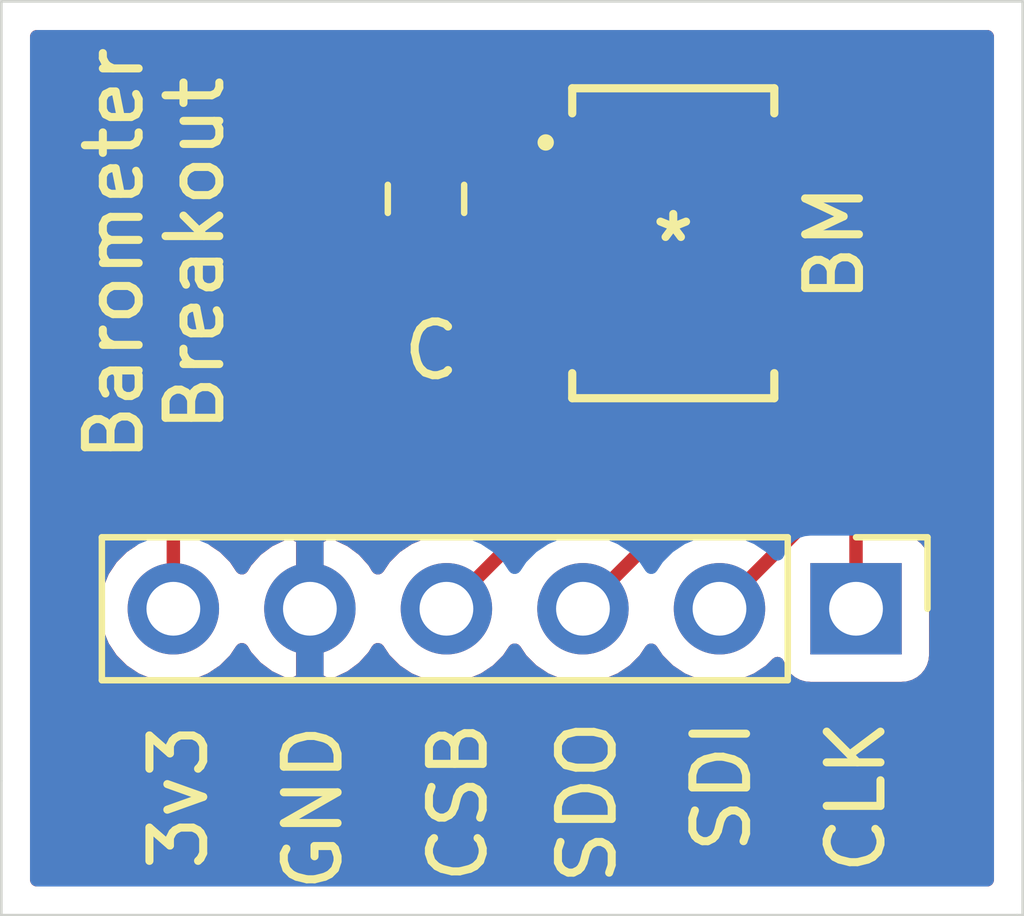
<source format=kicad_pcb>
(kicad_pcb (version 20171130) (host pcbnew "(5.1.6)-1")

  (general
    (thickness 1.6)
    (drawings 15)
    (tracks 20)
    (zones 0)
    (modules 3)
    (nets 8)
  )

  (page A4)
  (layers
    (0 F.Cu signal hide)
    (31 B.Cu signal hide)
    (32 B.Adhes user)
    (33 F.Adhes user)
    (34 B.Paste user)
    (35 F.Paste user)
    (36 B.SilkS user)
    (37 F.SilkS user)
    (38 B.Mask user)
    (39 F.Mask user)
    (40 Dwgs.User user)
    (41 Cmts.User user)
    (42 Eco1.User user)
    (43 Eco2.User user)
    (44 Edge.Cuts user)
    (45 Margin user)
    (46 B.CrtYd user)
    (47 F.CrtYd user)
    (48 B.Fab user)
    (49 F.Fab user hide)
  )

  (setup
    (last_trace_width 0.25)
    (trace_clearance 0.2)
    (zone_clearance 0.508)
    (zone_45_only no)
    (trace_min 0.2)
    (via_size 0.8)
    (via_drill 0.4)
    (via_min_size 0.4)
    (via_min_drill 0.3)
    (uvia_size 0.3)
    (uvia_drill 0.1)
    (uvias_allowed no)
    (uvia_min_size 0.2)
    (uvia_min_drill 0.1)
    (edge_width 0.05)
    (segment_width 0.2)
    (pcb_text_width 0.3)
    (pcb_text_size 1.5 1.5)
    (mod_edge_width 0.12)
    (mod_text_size 1 1)
    (mod_text_width 0.15)
    (pad_size 1.524 1.524)
    (pad_drill 0.762)
    (pad_to_mask_clearance 0.05)
    (aux_axis_origin 0 0)
    (visible_elements 7FFFFFFF)
    (pcbplotparams
      (layerselection 0x010fc_ffffffff)
      (usegerberextensions false)
      (usegerberattributes true)
      (usegerberadvancedattributes true)
      (creategerberjobfile true)
      (excludeedgelayer true)
      (linewidth 0.100000)
      (plotframeref false)
      (viasonmask false)
      (mode 1)
      (useauxorigin false)
      (hpglpennumber 1)
      (hpglpenspeed 20)
      (hpglpendiameter 15.000000)
      (psnegative false)
      (psa4output false)
      (plotreference true)
      (plotvalue true)
      (plotinvisibletext false)
      (padsonsilk false)
      (subtractmaskfromsilk false)
      (outputformat 1)
      (mirror false)
      (drillshape 1)
      (scaleselection 1)
      (outputdirectory ""))
  )

  (net 0 "")
  (net 1 +3V3)
  (net 2 GND)
  (net 3 "Net-(Barometer201-Pad4)")
  (net 4 /Barometer/CSB)
  (net 5 /Barometer/SDO)
  (net 6 /Barometer/SDI)
  (net 7 /Barometer/CLK)

  (net_class Default "This is the default net class."
    (clearance 0.2)
    (trace_width 0.25)
    (via_dia 0.8)
    (via_drill 0.4)
    (uvia_dia 0.3)
    (uvia_drill 0.1)
    (add_net +3V3)
    (add_net /Barometer/CLK)
    (add_net /Barometer/CSB)
    (add_net /Barometer/SDI)
    (add_net /Barometer/SDO)
    (add_net GND)
    (add_net "Net-(Barometer201-Pad4)")
  )

  (module "Footprint Libraries:MS560702BA03-50" (layer F.Cu) (tedit 0) (tstamp 5F01D2A1)
    (at 131 94)
    (path /5F013144/5F01D3E2)
    (fp_text reference BM (at 3 0 90) (layer F.SilkS)
      (effects (font (size 1 1) (thickness 0.15)))
    )
    (fp_text value MS560702BA03-50 (at 0 0) (layer F.Fab)
      (effects (font (size 1 1) (thickness 0.15)))
    )
    (fp_line (start -1.8796 2.8829) (end 1.8796 2.8829) (layer F.SilkS) (width 0.1524))
    (fp_line (start 1.8796 2.8829) (end 1.8796 2.416852) (layer F.SilkS) (width 0.1524))
    (fp_line (start 1.8796 -2.8829) (end -1.8796 -2.8829) (layer F.SilkS) (width 0.1524))
    (fp_line (start -1.8796 -2.8829) (end -1.8796 -2.416852) (layer F.SilkS) (width 0.1524))
    (fp_line (start -1.4986 2.5019) (end 1.4986 2.5019) (layer F.Fab) (width 0.1524))
    (fp_line (start 1.4986 2.5019) (end 1.4986 -2.5019) (layer F.Fab) (width 0.1524))
    (fp_line (start 1.4986 -2.5019) (end -1.4986 -2.5019) (layer F.Fab) (width 0.1524))
    (fp_line (start -1.4986 -2.5019) (end -1.4986 2.5019) (layer F.Fab) (width 0.1524))
    (fp_line (start -1.8796 2.416852) (end -1.8796 2.8829) (layer F.SilkS) (width 0.1524))
    (fp_line (start 1.8796 -2.416852) (end 1.8796 -2.8829) (layer F.SilkS) (width 0.1524))
    (fp_line (start -1.6461 -2.1798) (end -1.6461 -1.5702) (layer F.Paste) (width 0.1524))
    (fp_line (start -1.6461 -1.5702) (end -0.5539 -1.5702) (layer F.Paste) (width 0.1524))
    (fp_line (start -0.5539 -1.5702) (end -0.5539 -2.1798) (layer F.Paste) (width 0.1524))
    (fp_line (start -0.5539 -2.1798) (end -1.6461 -2.1798) (layer F.Paste) (width 0.1524))
    (fp_line (start -1.6461 -0.9298) (end -1.6461 -0.3202) (layer F.Paste) (width 0.1524))
    (fp_line (start -1.6461 -0.3202) (end -0.5539 -0.3202) (layer F.Paste) (width 0.1524))
    (fp_line (start -0.5539 -0.3202) (end -0.5539 -0.9298) (layer F.Paste) (width 0.1524))
    (fp_line (start -0.5539 -0.9298) (end -1.6461 -0.9298) (layer F.Paste) (width 0.1524))
    (fp_line (start -1.6461 0.3202) (end -1.6461 0.9298) (layer F.Paste) (width 0.1524))
    (fp_line (start -1.6461 0.9298) (end -0.5539 0.9298) (layer F.Paste) (width 0.1524))
    (fp_line (start -0.5539 0.9298) (end -0.5539 0.3202) (layer F.Paste) (width 0.1524))
    (fp_line (start -0.5539 0.3202) (end -1.6461 0.3202) (layer F.Paste) (width 0.1524))
    (fp_line (start -1.6461 1.5702) (end -1.6461 2.1798) (layer F.Paste) (width 0.1524))
    (fp_line (start -1.6461 2.1798) (end -0.5539 2.1798) (layer F.Paste) (width 0.1524))
    (fp_line (start -0.5539 2.1798) (end -0.5539 1.5702) (layer F.Paste) (width 0.1524))
    (fp_line (start -0.5539 1.5702) (end -1.6461 1.5702) (layer F.Paste) (width 0.1524))
    (fp_line (start 0.5539 1.5702) (end 0.5539 2.1798) (layer F.Paste) (width 0.1524))
    (fp_line (start 0.5539 2.1798) (end 1.6461 2.1798) (layer F.Paste) (width 0.1524))
    (fp_line (start 1.6461 2.1798) (end 1.6461 1.5702) (layer F.Paste) (width 0.1524))
    (fp_line (start 1.6461 1.5702) (end 0.5539 1.5702) (layer F.Paste) (width 0.1524))
    (fp_line (start 0.5539 0.3202) (end 0.5539 0.9298) (layer F.Paste) (width 0.1524))
    (fp_line (start 0.5539 0.9298) (end 1.6461 0.9298) (layer F.Paste) (width 0.1524))
    (fp_line (start 1.6461 0.9298) (end 1.6461 0.3202) (layer F.Paste) (width 0.1524))
    (fp_line (start 1.6461 0.3202) (end 0.5539 0.3202) (layer F.Paste) (width 0.1524))
    (fp_line (start 0.5539 -0.9298) (end 0.5539 -0.3202) (layer F.Paste) (width 0.1524))
    (fp_line (start 0.5539 -0.3202) (end 1.6461 -0.3202) (layer F.Paste) (width 0.1524))
    (fp_line (start 1.6461 -0.3202) (end 1.6461 -0.9298) (layer F.Paste) (width 0.1524))
    (fp_line (start 1.6461 -0.9298) (end 0.5539 -0.9298) (layer F.Paste) (width 0.1524))
    (fp_line (start 0.5539 -2.1798) (end 0.5539 -1.5702) (layer F.Paste) (width 0.1524))
    (fp_line (start 0.5539 -1.5702) (end 1.6461 -1.5702) (layer F.Paste) (width 0.1524))
    (fp_line (start 1.6461 -1.5702) (end 1.6461 -2.1798) (layer F.Paste) (width 0.1524))
    (fp_line (start 1.6461 -2.1798) (end 0.5539 -2.1798) (layer F.Paste) (width 0.1524))
    (fp_line (start -1.6461 -2.1798) (end -1.6461 -1.5702) (layer F.Mask) (width 0.1524))
    (fp_line (start -1.6461 -1.5702) (end -0.5539 -1.5702) (layer F.Mask) (width 0.1524))
    (fp_line (start -0.5539 -1.5702) (end -0.5539 -2.1798) (layer F.Mask) (width 0.1524))
    (fp_line (start -0.5539 -2.1798) (end -1.6461 -2.1798) (layer F.Mask) (width 0.1524))
    (fp_line (start -1.6461 -0.9298) (end -1.6461 -0.3202) (layer F.Mask) (width 0.1524))
    (fp_line (start -1.6461 -0.3202) (end -0.5539 -0.3202) (layer F.Mask) (width 0.1524))
    (fp_line (start -0.5539 -0.3202) (end -0.5539 -0.9298) (layer F.Mask) (width 0.1524))
    (fp_line (start -0.5539 -0.9298) (end -1.6461 -0.9298) (layer F.Mask) (width 0.1524))
    (fp_line (start -1.6461 0.3202) (end -1.6461 0.9298) (layer F.Mask) (width 0.1524))
    (fp_line (start -1.6461 0.9298) (end -0.5539 0.9298) (layer F.Mask) (width 0.1524))
    (fp_line (start -0.5539 0.9298) (end -0.5539 0.3202) (layer F.Mask) (width 0.1524))
    (fp_line (start -0.5539 0.3202) (end -1.6461 0.3202) (layer F.Mask) (width 0.1524))
    (fp_line (start -1.6461 1.5702) (end -1.6461 2.1798) (layer F.Mask) (width 0.1524))
    (fp_line (start -1.6461 2.1798) (end -0.5539 2.1798) (layer F.Mask) (width 0.1524))
    (fp_line (start -0.5539 2.1798) (end -0.5539 1.5702) (layer F.Mask) (width 0.1524))
    (fp_line (start -0.5539 1.5702) (end -1.6461 1.5702) (layer F.Mask) (width 0.1524))
    (fp_line (start 0.5539 1.5702) (end 0.5539 2.1798) (layer F.Mask) (width 0.1524))
    (fp_line (start 0.5539 2.1798) (end 1.6461 2.1798) (layer F.Mask) (width 0.1524))
    (fp_line (start 1.6461 2.1798) (end 1.6461 1.5702) (layer F.Mask) (width 0.1524))
    (fp_line (start 1.6461 1.5702) (end 0.5539 1.5702) (layer F.Mask) (width 0.1524))
    (fp_line (start 0.5539 0.3202) (end 0.5539 0.9298) (layer F.Mask) (width 0.1524))
    (fp_line (start 0.5539 0.9298) (end 1.6461 0.9298) (layer F.Mask) (width 0.1524))
    (fp_line (start 1.6461 0.9298) (end 1.6461 0.3202) (layer F.Mask) (width 0.1524))
    (fp_line (start 1.6461 0.3202) (end 0.5539 0.3202) (layer F.Mask) (width 0.1524))
    (fp_line (start 0.5539 -0.9298) (end 0.5539 -0.3202) (layer F.Mask) (width 0.1524))
    (fp_line (start 0.5539 -0.3202) (end 1.6461 -0.3202) (layer F.Mask) (width 0.1524))
    (fp_line (start 1.6461 -0.3202) (end 1.6461 -0.9298) (layer F.Mask) (width 0.1524))
    (fp_line (start 1.6461 -0.9298) (end 0.5539 -0.9298) (layer F.Mask) (width 0.1524))
    (fp_line (start 0.5539 -2.1798) (end 0.5539 -1.5702) (layer F.Mask) (width 0.1524))
    (fp_line (start 0.5539 -1.5702) (end 1.6461 -1.5702) (layer F.Mask) (width 0.1524))
    (fp_line (start 1.6461 -1.5702) (end 1.6461 -2.1798) (layer F.Mask) (width 0.1524))
    (fp_line (start 1.6461 -2.1798) (end 0.5539 -2.1798) (layer F.Mask) (width 0.1524))
    (fp_line (start -1.9001 2.5508) (end -1.9001 -2.5508) (layer F.CrtYd) (width 0.1524))
    (fp_line (start -1.9001 -2.5508) (end -1.7526 -2.5508) (layer F.CrtYd) (width 0.1524))
    (fp_line (start -1.7526 -2.5508) (end -1.7526 -2.7559) (layer F.CrtYd) (width 0.1524))
    (fp_line (start -1.7526 -2.7559) (end 1.7526 -2.7559) (layer F.CrtYd) (width 0.1524))
    (fp_line (start 1.7526 -2.7559) (end 1.7526 -2.5508) (layer F.CrtYd) (width 0.1524))
    (fp_line (start 1.7526 -2.5508) (end 1.9001 -2.5508) (layer F.CrtYd) (width 0.1524))
    (fp_line (start 1.9001 -2.5508) (end 1.9001 2.5508) (layer F.CrtYd) (width 0.1524))
    (fp_line (start 1.9001 2.5508) (end 1.7526 2.5508) (layer F.CrtYd) (width 0.1524))
    (fp_line (start 1.7526 2.5508) (end 1.7526 2.7559) (layer F.CrtYd) (width 0.1524))
    (fp_line (start 1.7526 2.7559) (end -1.7526 2.7559) (layer F.CrtYd) (width 0.1524))
    (fp_line (start -1.7526 2.7559) (end -1.7526 2.5508) (layer F.CrtYd) (width 0.1524))
    (fp_line (start -1.7526 2.5508) (end -1.9001 2.5508) (layer F.CrtYd) (width 0.1524))
    (fp_circle (center -2.3727 -1.875) (end -2.2965 -1.875) (layer F.SilkS) (width 0.1524))
    (fp_circle (center -0.254 -1.875) (end -0.1778 -1.875) (layer F.Fab) (width 0.1524))
    (fp_arc (start 0 -2.5019) (end 0.3048 -2.5019) (angle 180) (layer F.Fab) (width 0.1524))
    (fp_text user * (at 0 0) (layer F.Fab)
      (effects (font (size 1 1) (thickness 0.15)))
    )
    (fp_text user * (at 0 0) (layer F.SilkS)
      (effects (font (size 1 1) (thickness 0.15)))
    )
    (fp_text user "Copyright 2016 Accelerated Designs. All rights reserved." (at 0 0) (layer Cmts.User)
      (effects (font (size 0.127 0.127) (thickness 0.002)))
    )
    (pad 8 smd rect (at 1.1 -1.875) (size 1.0922 0.6096) (layers F.Cu F.Paste F.Mask)
      (net 7 /Barometer/CLK))
    (pad 7 smd rect (at 1.1 -0.625) (size 1.0922 0.6096) (layers F.Cu F.Paste F.Mask)
      (net 6 /Barometer/SDI))
    (pad 6 smd rect (at 1.1 0.625) (size 1.0922 0.6096) (layers F.Cu F.Paste F.Mask)
      (net 5 /Barometer/SDO))
    (pad 5 smd rect (at 1.1 1.875) (size 1.0922 0.6096) (layers F.Cu F.Paste F.Mask)
      (net 4 /Barometer/CSB))
    (pad 4 smd rect (at -1.1 1.875) (size 1.0922 0.6096) (layers F.Cu F.Paste F.Mask)
      (net 3 "Net-(Barometer201-Pad4)"))
    (pad 3 smd rect (at -1.1 0.625) (size 1.0922 0.6096) (layers F.Cu F.Paste F.Mask)
      (net 2 GND))
    (pad 2 smd rect (at -1.1 -0.625) (size 1.0922 0.6096) (layers F.Cu F.Paste F.Mask)
      (net 2 GND))
    (pad 1 smd rect (at -1.1 -1.875) (size 1.0922 0.6096) (layers F.Cu F.Paste F.Mask)
      (net 1 +3V3))
  )

  (module Capacitor_SMD:C_0805_2012Metric_Pad1.15x1.40mm_HandSolder (layer F.Cu) (tedit 5B36C52B) (tstamp 5F01D2B2)
    (at 126.4 93.175 270)
    (descr "Capacitor SMD 0805 (2012 Metric), square (rectangular) end terminal, IPC_7351 nominal with elongated pad for handsoldering. (Body size source: https://docs.google.com/spreadsheets/d/1BsfQQcO9C6DZCsRaXUlFlo91Tg2WpOkGARC1WS5S8t0/edit?usp=sharing), generated with kicad-footprint-generator")
    (tags "capacitor handsolder")
    (path /5F013144/5F01D3EE)
    (attr smd)
    (fp_text reference C (at 2.825 -0.1 180) (layer F.SilkS)
      (effects (font (size 1 1) (thickness 0.15)))
    )
    (fp_text value 100nF (at 0 1.65 90) (layer F.Fab)
      (effects (font (size 1 1) (thickness 0.15)))
    )
    (fp_line (start 1.85 0.95) (end -1.85 0.95) (layer F.CrtYd) (width 0.05))
    (fp_line (start 1.85 -0.95) (end 1.85 0.95) (layer F.CrtYd) (width 0.05))
    (fp_line (start -1.85 -0.95) (end 1.85 -0.95) (layer F.CrtYd) (width 0.05))
    (fp_line (start -1.85 0.95) (end -1.85 -0.95) (layer F.CrtYd) (width 0.05))
    (fp_line (start -0.261252 0.71) (end 0.261252 0.71) (layer F.SilkS) (width 0.12))
    (fp_line (start -0.261252 -0.71) (end 0.261252 -0.71) (layer F.SilkS) (width 0.12))
    (fp_line (start 1 0.6) (end -1 0.6) (layer F.Fab) (width 0.1))
    (fp_line (start 1 -0.6) (end 1 0.6) (layer F.Fab) (width 0.1))
    (fp_line (start -1 -0.6) (end 1 -0.6) (layer F.Fab) (width 0.1))
    (fp_line (start -1 0.6) (end -1 -0.6) (layer F.Fab) (width 0.1))
    (fp_text user %R (at 0 0 90) (layer F.Fab)
      (effects (font (size 0.5 0.5) (thickness 0.08)))
    )
    (pad 1 smd roundrect (at -1.025 0 270) (size 1.15 1.4) (layers F.Cu F.Paste F.Mask) (roundrect_rratio 0.217391)
      (net 1 +3V3))
    (pad 2 smd roundrect (at 1.025 0 270) (size 1.15 1.4) (layers F.Cu F.Paste F.Mask) (roundrect_rratio 0.217391)
      (net 2 GND))
    (model ${KISYS3DMOD}/Capacitor_SMD.3dshapes/C_0805_2012Metric.wrl
      (at (xyz 0 0 0))
      (scale (xyz 1 1 1))
      (rotate (xyz 0 0 0))
    )
  )

  (module Connector_PinHeader_2.54mm:PinHeader_1x06_P2.54mm_Vertical (layer F.Cu) (tedit 59FED5CC) (tstamp 5F01D2CC)
    (at 134.4 100.8 270)
    (descr "Through hole straight pin header, 1x06, 2.54mm pitch, single row")
    (tags "Through hole pin header THT 1x06 2.54mm single row")
    (path /5F01E12A/5F01E54D)
    (fp_text reference Header-Pins301 (at 0 -2.33 90) (layer F.Fab)
      (effects (font (size 1 1) (thickness 0.15)))
    )
    (fp_text value Conn_01x06_Male (at 0 15.03 90) (layer F.Fab)
      (effects (font (size 1 1) (thickness 0.15)))
    )
    (fp_line (start 1.8 -1.8) (end -1.8 -1.8) (layer F.CrtYd) (width 0.05))
    (fp_line (start 1.8 14.5) (end 1.8 -1.8) (layer F.CrtYd) (width 0.05))
    (fp_line (start -1.8 14.5) (end 1.8 14.5) (layer F.CrtYd) (width 0.05))
    (fp_line (start -1.8 -1.8) (end -1.8 14.5) (layer F.CrtYd) (width 0.05))
    (fp_line (start -1.33 -1.33) (end 0 -1.33) (layer F.SilkS) (width 0.12))
    (fp_line (start -1.33 0) (end -1.33 -1.33) (layer F.SilkS) (width 0.12))
    (fp_line (start -1.33 1.27) (end 1.33 1.27) (layer F.SilkS) (width 0.12))
    (fp_line (start 1.33 1.27) (end 1.33 14.03) (layer F.SilkS) (width 0.12))
    (fp_line (start -1.33 1.27) (end -1.33 14.03) (layer F.SilkS) (width 0.12))
    (fp_line (start -1.33 14.03) (end 1.33 14.03) (layer F.SilkS) (width 0.12))
    (fp_line (start -1.27 -0.635) (end -0.635 -1.27) (layer F.Fab) (width 0.1))
    (fp_line (start -1.27 13.97) (end -1.27 -0.635) (layer F.Fab) (width 0.1))
    (fp_line (start 1.27 13.97) (end -1.27 13.97) (layer F.Fab) (width 0.1))
    (fp_line (start 1.27 -1.27) (end 1.27 13.97) (layer F.Fab) (width 0.1))
    (fp_line (start -0.635 -1.27) (end 1.27 -1.27) (layer F.Fab) (width 0.1))
    (fp_text user %R (at 0 6.35) (layer F.Fab)
      (effects (font (size 1 1) (thickness 0.15)))
    )
    (pad 1 thru_hole rect (at 0 0 270) (size 1.7 1.7) (drill 1) (layers *.Cu *.Mask)
      (net 7 /Barometer/CLK))
    (pad 2 thru_hole oval (at 0 2.54 270) (size 1.7 1.7) (drill 1) (layers *.Cu *.Mask)
      (net 6 /Barometer/SDI))
    (pad 3 thru_hole oval (at 0 5.08 270) (size 1.7 1.7) (drill 1) (layers *.Cu *.Mask)
      (net 5 /Barometer/SDO))
    (pad 4 thru_hole oval (at 0 7.62 270) (size 1.7 1.7) (drill 1) (layers *.Cu *.Mask)
      (net 4 /Barometer/CSB))
    (pad 5 thru_hole oval (at 0 10.16 270) (size 1.7 1.7) (drill 1) (layers *.Cu *.Mask)
      (net 2 GND))
    (pad 6 thru_hole oval (at 0 12.7 270) (size 1.7 1.7) (drill 1) (layers *.Cu *.Mask)
      (net 1 +3V3))
    (model ${KISYS3DMOD}/Connector_PinHeader_2.54mm.3dshapes/PinHeader_1x06_P2.54mm_Vertical.wrl
      (at (xyz 0 0 0))
      (scale (xyz 1 1 1))
      (rotate (xyz 0 0 0))
    )
  )

  (gr_line (start 137.5 106.5) (end 137.4 106.5) (layer Edge.Cuts) (width 0.05) (tstamp 5F021F8E))
  (gr_line (start 137.5 104) (end 137.5 106.5) (layer Edge.Cuts) (width 0.05))
  (gr_line (start 118.5 106.5) (end 137.4 106.5) (layer Edge.Cuts) (width 0.05))
  (gr_line (start 118.5 104) (end 118.5 106.5) (layer Edge.Cuts) (width 0.05))
  (gr_text 3v3 (at 121.8 104.3 90) (layer F.SilkS)
    (effects (font (size 1 1) (thickness 0.15)))
  )
  (gr_text GND (at 124.3 104.5 90) (layer F.SilkS)
    (effects (font (size 1 1) (thickness 0.15)))
  )
  (gr_text CSB (at 127 104.4 90) (layer F.SilkS)
    (effects (font (size 1 1) (thickness 0.15)))
  )
  (gr_text SDO (at 129.4 104.4 90) (layer F.SilkS)
    (effects (font (size 1 1) (thickness 0.15)))
  )
  (gr_text CLK (at 134.4 104.3 90) (layer F.SilkS)
    (effects (font (size 1 1) (thickness 0.15)))
  )
  (gr_text SDI (at 131.9 104.1 90) (layer F.SilkS)
    (effects (font (size 1 1) (thickness 0.15)))
  )
  (gr_text Breakout (at 122.1 94.2 90) (layer F.SilkS)
    (effects (font (size 1 1) (thickness 0.15)))
  )
  (gr_text Barometer (at 120.6 94.2 90) (layer F.SilkS)
    (effects (font (size 1 1) (thickness 0.15)))
  )
  (gr_line (start 118.5 89.5) (end 137.5 89.5) (layer Edge.Cuts) (width 0.05) (tstamp 5F01DD42))
  (gr_line (start 118.5 104) (end 118.5 89.5) (layer Edge.Cuts) (width 0.05))
  (gr_line (start 137.5 104) (end 137.5 89.5) (layer Edge.Cuts) (width 0.05))

  (segment (start 129.675 92.35) (end 129.9 92.125) (width 0.25) (layer F.Cu) (net 1))
  (segment (start 129.875 92.15) (end 129.9 92.125) (width 0.25) (layer F.Cu) (net 1))
  (segment (start 126.4 92.15) (end 129.875 92.15) (width 0.25) (layer F.Cu) (net 1))
  (segment (start 121.7 96.85) (end 126.4 92.15) (width 0.25) (layer F.Cu) (net 1))
  (segment (start 121.7 100.8) (end 121.7 96.85) (width 0.25) (layer F.Cu) (net 1))
  (segment (start 129.9 93.375) (end 129.9 94.625) (width 0.25) (layer F.Cu) (net 2))
  (segment (start 126.625 94.625) (end 126.4 94.4) (width 0.25) (layer F.Cu) (net 2))
  (segment (start 131.705 95.875) (end 132.1 95.875) (width 0.25) (layer F.Cu) (net 4))
  (segment (start 126.78 100.8) (end 131.705 95.875) (width 0.25) (layer F.Cu) (net 4))
  (segment (start 129.32 100.8) (end 133.49998 96.62002) (width 0.25) (layer F.Cu) (net 5))
  (segment (start 133.49998 95.22888) (end 132.8961 94.625) (width 0.25) (layer F.Cu) (net 5))
  (segment (start 132.8961 94.625) (end 132.1 94.625) (width 0.25) (layer F.Cu) (net 5))
  (segment (start 133.49998 96.62002) (end 133.49998 95.22888) (width 0.25) (layer F.Cu) (net 5))
  (segment (start 132.285902 93.375) (end 132.1 93.375) (width 0.25) (layer F.Cu) (net 6))
  (segment (start 133.949989 95.039087) (end 132.285902 93.375) (width 0.25) (layer F.Cu) (net 6))
  (segment (start 133.949989 98.710011) (end 133.949989 95.039087) (width 0.25) (layer F.Cu) (net 6))
  (segment (start 131.86 100.8) (end 133.949989 98.710011) (width 0.25) (layer F.Cu) (net 6))
  (segment (start 132.8961 92.125) (end 132.1 92.125) (width 0.25) (layer F.Cu) (net 7))
  (segment (start 134.4 93.6289) (end 132.8961 92.125) (width 0.25) (layer F.Cu) (net 7))
  (segment (start 134.4 100.8) (end 134.4 93.6289) (width 0.25) (layer F.Cu) (net 7))

  (zone (net 2) (net_name GND) (layer F.Cu) (tstamp 0) (hatch edge 0.508)
    (connect_pads (clearance 0.508))
    (min_thickness 0.254)
    (fill yes (arc_segments 32) (thermal_gap 0.508) (thermal_bridge_width 0.508))
    (polygon
      (pts
        (xy 137.5 104) (xy 118.5 104) (xy 118.5 89.5) (xy 137.5 89.5)
      )
    )
    (filled_polygon
      (pts
        (xy 136.84 103.34) (xy 119.16 103.34) (xy 119.16 100.65374) (xy 120.215 100.65374) (xy 120.215 100.94626)
        (xy 120.272068 101.233158) (xy 120.38401 101.503411) (xy 120.546525 101.746632) (xy 120.753368 101.953475) (xy 120.996589 102.11599)
        (xy 121.266842 102.227932) (xy 121.55374 102.285) (xy 121.84626 102.285) (xy 122.133158 102.227932) (xy 122.403411 102.11599)
        (xy 122.646632 101.953475) (xy 122.853475 101.746632) (xy 122.975195 101.564466) (xy 123.044822 101.681355) (xy 123.239731 101.897588)
        (xy 123.47308 102.071641) (xy 123.735901 102.196825) (xy 123.88311 102.241476) (xy 124.113 102.120155) (xy 124.113 100.927)
        (xy 124.093 100.927) (xy 124.093 100.673) (xy 124.113 100.673) (xy 124.113 99.479845) (xy 123.88311 99.358524)
        (xy 123.735901 99.403175) (xy 123.47308 99.528359) (xy 123.239731 99.702412) (xy 123.044822 99.918645) (xy 122.975195 100.035534)
        (xy 122.853475 99.853368) (xy 122.646632 99.646525) (xy 122.46 99.521822) (xy 122.46 97.164801) (xy 125.064205 94.560597)
        (xy 125.061928 94.775) (xy 125.074188 94.899482) (xy 125.110498 95.01918) (xy 125.169463 95.129494) (xy 125.248815 95.226185)
        (xy 125.345506 95.305537) (xy 125.45582 95.364502) (xy 125.575518 95.400812) (xy 125.7 95.413072) (xy 126.11425 95.41)
        (xy 126.273 95.25125) (xy 126.273 94.327) (xy 126.527 94.327) (xy 126.527 95.25125) (xy 126.68575 95.41)
        (xy 127.1 95.413072) (xy 127.224482 95.400812) (xy 127.34418 95.364502) (xy 127.454494 95.305537) (xy 127.551185 95.226185)
        (xy 127.630537 95.129494) (xy 127.689502 95.01918) (xy 127.725812 94.899482) (xy 127.738072 94.775) (xy 127.735 94.48575)
        (xy 127.57625 94.327) (xy 126.527 94.327) (xy 126.273 94.327) (xy 126.253 94.327) (xy 126.253 94.073)
        (xy 126.273 94.073) (xy 126.273 94.053) (xy 126.527 94.053) (xy 126.527 94.073) (xy 127.57625 94.073)
        (xy 127.735 93.91425) (xy 127.737489 93.6798) (xy 128.715828 93.6798) (xy 128.728088 93.804282) (xy 128.764398 93.92398)
        (xy 128.805032 94) (xy 128.764398 94.07602) (xy 128.728088 94.195718) (xy 128.715828 94.3202) (xy 128.7189 94.33925)
        (xy 128.87765 94.498) (xy 129.773 94.498) (xy 129.773 93.502) (xy 128.87765 93.502) (xy 128.7189 93.66075)
        (xy 128.715828 93.6798) (xy 127.737489 93.6798) (xy 127.738072 93.625) (xy 127.725812 93.500518) (xy 127.689502 93.38082)
        (xy 127.630537 93.270506) (xy 127.551185 93.173815) (xy 127.471406 93.108342) (xy 127.477962 93.102962) (xy 127.588405 92.968387)
        (xy 127.619614 92.91) (xy 128.738923 92.91) (xy 128.728088 92.945718) (xy 128.715828 93.0702) (xy 128.7189 93.08925)
        (xy 128.87765 93.248) (xy 129.773 93.248) (xy 129.773 93.228) (xy 130.027 93.228) (xy 130.027 93.248)
        (xy 130.047 93.248) (xy 130.047 93.502) (xy 130.027 93.502) (xy 130.027 94.498) (xy 130.047 94.498)
        (xy 130.047 94.752) (xy 130.027 94.752) (xy 130.027 94.772) (xy 129.773 94.772) (xy 129.773 94.752)
        (xy 128.87765 94.752) (xy 128.7189 94.91075) (xy 128.715828 94.9298) (xy 128.728088 95.054282) (xy 128.764398 95.17398)
        (xy 128.805032 95.25) (xy 128.764398 95.32602) (xy 128.728088 95.445718) (xy 128.715828 95.5702) (xy 128.715828 96.1798)
        (xy 128.728088 96.304282) (xy 128.764398 96.42398) (xy 128.823363 96.534294) (xy 128.902715 96.630985) (xy 128.999406 96.710337)
        (xy 129.10972 96.769302) (xy 129.229418 96.805612) (xy 129.3539 96.817872) (xy 129.687326 96.817872) (xy 127.146408 99.358791)
        (xy 126.92626 99.315) (xy 126.63374 99.315) (xy 126.346842 99.372068) (xy 126.076589 99.48401) (xy 125.833368 99.646525)
        (xy 125.626525 99.853368) (xy 125.504805 100.035534) (xy 125.435178 99.918645) (xy 125.240269 99.702412) (xy 125.00692 99.528359)
        (xy 124.744099 99.403175) (xy 124.59689 99.358524) (xy 124.367 99.479845) (xy 124.367 100.673) (xy 124.387 100.673)
        (xy 124.387 100.927) (xy 124.367 100.927) (xy 124.367 102.120155) (xy 124.59689 102.241476) (xy 124.744099 102.196825)
        (xy 125.00692 102.071641) (xy 125.240269 101.897588) (xy 125.435178 101.681355) (xy 125.504805 101.564466) (xy 125.626525 101.746632)
        (xy 125.833368 101.953475) (xy 126.076589 102.11599) (xy 126.346842 102.227932) (xy 126.63374 102.285) (xy 126.92626 102.285)
        (xy 127.213158 102.227932) (xy 127.483411 102.11599) (xy 127.726632 101.953475) (xy 127.933475 101.746632) (xy 128.05 101.57224)
        (xy 128.166525 101.746632) (xy 128.373368 101.953475) (xy 128.616589 102.11599) (xy 128.886842 102.227932) (xy 129.17374 102.285)
        (xy 129.46626 102.285) (xy 129.753158 102.227932) (xy 130.023411 102.11599) (xy 130.266632 101.953475) (xy 130.473475 101.746632)
        (xy 130.59 101.57224) (xy 130.706525 101.746632) (xy 130.913368 101.953475) (xy 131.156589 102.11599) (xy 131.426842 102.227932)
        (xy 131.71374 102.285) (xy 132.00626 102.285) (xy 132.293158 102.227932) (xy 132.563411 102.11599) (xy 132.806632 101.953475)
        (xy 132.938487 101.82162) (xy 132.960498 101.89418) (xy 133.019463 102.004494) (xy 133.098815 102.101185) (xy 133.195506 102.180537)
        (xy 133.30582 102.239502) (xy 133.425518 102.275812) (xy 133.55 102.288072) (xy 135.25 102.288072) (xy 135.374482 102.275812)
        (xy 135.49418 102.239502) (xy 135.604494 102.180537) (xy 135.701185 102.101185) (xy 135.780537 102.004494) (xy 135.839502 101.89418)
        (xy 135.875812 101.774482) (xy 135.888072 101.65) (xy 135.888072 99.95) (xy 135.875812 99.825518) (xy 135.839502 99.70582)
        (xy 135.780537 99.595506) (xy 135.701185 99.498815) (xy 135.604494 99.419463) (xy 135.49418 99.360498) (xy 135.374482 99.324188)
        (xy 135.25 99.311928) (xy 135.16 99.311928) (xy 135.16 93.666225) (xy 135.163676 93.6289) (xy 135.16 93.591575)
        (xy 135.16 93.591567) (xy 135.149003 93.479914) (xy 135.105546 93.336653) (xy 135.034974 93.204624) (xy 134.940001 93.088899)
        (xy 134.911003 93.065101) (xy 133.459904 91.614003) (xy 133.436101 91.584999) (xy 133.320376 91.490026) (xy 133.188347 91.419454)
        (xy 133.122216 91.399394) (xy 133.097285 91.369015) (xy 133.000594 91.289663) (xy 132.89028 91.230698) (xy 132.770582 91.194388)
        (xy 132.6461 91.182128) (xy 131.5539 91.182128) (xy 131.429418 91.194388) (xy 131.30972 91.230698) (xy 131.199406 91.289663)
        (xy 131.102715 91.369015) (xy 131.023363 91.465706) (xy 131 91.509414) (xy 130.976637 91.465706) (xy 130.897285 91.369015)
        (xy 130.800594 91.289663) (xy 130.69028 91.230698) (xy 130.570582 91.194388) (xy 130.4461 91.182128) (xy 129.3539 91.182128)
        (xy 129.229418 91.194388) (xy 129.10972 91.230698) (xy 128.999406 91.289663) (xy 128.902715 91.369015) (xy 128.885493 91.39)
        (xy 127.619614 91.39) (xy 127.588405 91.331613) (xy 127.477962 91.197038) (xy 127.343387 91.086595) (xy 127.189851 91.004528)
        (xy 127.023255 90.953992) (xy 126.850001 90.936928) (xy 125.949999 90.936928) (xy 125.776745 90.953992) (xy 125.610149 91.004528)
        (xy 125.456613 91.086595) (xy 125.322038 91.197038) (xy 125.211595 91.331613) (xy 125.129528 91.485149) (xy 125.078992 91.651745)
        (xy 125.061928 91.824999) (xy 125.061928 92.41327) (xy 121.188998 96.286201) (xy 121.16 96.309999) (xy 121.136202 96.338997)
        (xy 121.136201 96.338998) (xy 121.065026 96.425724) (xy 120.994454 96.557754) (xy 120.950998 96.701015) (xy 120.936324 96.85)
        (xy 120.940001 96.887332) (xy 120.94 99.521821) (xy 120.753368 99.646525) (xy 120.546525 99.853368) (xy 120.38401 100.096589)
        (xy 120.272068 100.366842) (xy 120.215 100.65374) (xy 119.16 100.65374) (xy 119.16 90.16) (xy 136.840001 90.16)
      )
    )
  )
  (zone (net 2) (net_name GND) (layer F.Cu) (tstamp 0) (hatch edge 0.508)
    (connect_pads (clearance 0.508))
    (min_thickness 0.254)
    (fill yes (arc_segments 32) (thermal_gap 0.508) (thermal_bridge_width 0.508))
    (polygon
      (pts
        (xy 137.5 106.5) (xy 118.5 106.5) (xy 118.5 89.5) (xy 137.5 89.5)
      )
    )
    (filled_polygon
      (pts
        (xy 136.84 103.967581) (xy 136.84 103.967582) (xy 136.840001 105.84) (xy 119.16 105.84) (xy 119.16 100.65374)
        (xy 120.215 100.65374) (xy 120.215 100.94626) (xy 120.272068 101.233158) (xy 120.38401 101.503411) (xy 120.546525 101.746632)
        (xy 120.753368 101.953475) (xy 120.996589 102.11599) (xy 121.266842 102.227932) (xy 121.55374 102.285) (xy 121.84626 102.285)
        (xy 122.133158 102.227932) (xy 122.403411 102.11599) (xy 122.646632 101.953475) (xy 122.853475 101.746632) (xy 122.975195 101.564466)
        (xy 123.044822 101.681355) (xy 123.239731 101.897588) (xy 123.47308 102.071641) (xy 123.735901 102.196825) (xy 123.88311 102.241476)
        (xy 124.113 102.120155) (xy 124.113 100.927) (xy 124.093 100.927) (xy 124.093 100.673) (xy 124.113 100.673)
        (xy 124.113 99.479845) (xy 123.88311 99.358524) (xy 123.735901 99.403175) (xy 123.47308 99.528359) (xy 123.239731 99.702412)
        (xy 123.044822 99.918645) (xy 122.975195 100.035534) (xy 122.853475 99.853368) (xy 122.646632 99.646525) (xy 122.46 99.521822)
        (xy 122.46 97.164801) (xy 125.064205 94.560597) (xy 125.061928 94.775) (xy 125.074188 94.899482) (xy 125.110498 95.01918)
        (xy 125.169463 95.129494) (xy 125.248815 95.226185) (xy 125.345506 95.305537) (xy 125.45582 95.364502) (xy 125.575518 95.400812)
        (xy 125.7 95.413072) (xy 126.11425 95.41) (xy 126.273 95.25125) (xy 126.273 94.327) (xy 126.527 94.327)
        (xy 126.527 95.25125) (xy 126.68575 95.41) (xy 127.1 95.413072) (xy 127.224482 95.400812) (xy 127.34418 95.364502)
        (xy 127.454494 95.305537) (xy 127.551185 95.226185) (xy 127.630537 95.129494) (xy 127.689502 95.01918) (xy 127.725812 94.899482)
        (xy 127.738072 94.775) (xy 127.735 94.48575) (xy 127.57625 94.327) (xy 126.527 94.327) (xy 126.273 94.327)
        (xy 126.253 94.327) (xy 126.253 94.073) (xy 126.273 94.073) (xy 126.273 94.053) (xy 126.527 94.053)
        (xy 126.527 94.073) (xy 127.57625 94.073) (xy 127.735 93.91425) (xy 127.737489 93.6798) (xy 128.715828 93.6798)
        (xy 128.728088 93.804282) (xy 128.764398 93.92398) (xy 128.805032 94) (xy 128.764398 94.07602) (xy 128.728088 94.195718)
        (xy 128.715828 94.3202) (xy 128.7189 94.33925) (xy 128.87765 94.498) (xy 129.773 94.498) (xy 129.773 93.502)
        (xy 128.87765 93.502) (xy 128.7189 93.66075) (xy 128.715828 93.6798) (xy 127.737489 93.6798) (xy 127.738072 93.625)
        (xy 127.725812 93.500518) (xy 127.689502 93.38082) (xy 127.630537 93.270506) (xy 127.551185 93.173815) (xy 127.471406 93.108342)
        (xy 127.477962 93.102962) (xy 127.588405 92.968387) (xy 127.619614 92.91) (xy 128.738923 92.91) (xy 128.728088 92.945718)
        (xy 128.715828 93.0702) (xy 128.7189 93.08925) (xy 128.87765 93.248) (xy 129.773 93.248) (xy 129.773 93.228)
        (xy 130.027 93.228) (xy 130.027 93.248) (xy 130.047 93.248) (xy 130.047 93.502) (xy 130.027 93.502)
        (xy 130.027 94.498) (xy 130.047 94.498) (xy 130.047 94.752) (xy 130.027 94.752) (xy 130.027 94.772)
        (xy 129.773 94.772) (xy 129.773 94.752) (xy 128.87765 94.752) (xy 128.7189 94.91075) (xy 128.715828 94.9298)
        (xy 128.728088 95.054282) (xy 128.764398 95.17398) (xy 128.805032 95.25) (xy 128.764398 95.32602) (xy 128.728088 95.445718)
        (xy 128.715828 95.5702) (xy 128.715828 96.1798) (xy 128.728088 96.304282) (xy 128.764398 96.42398) (xy 128.823363 96.534294)
        (xy 128.902715 96.630985) (xy 128.999406 96.710337) (xy 129.10972 96.769302) (xy 129.229418 96.805612) (xy 129.3539 96.817872)
        (xy 129.687326 96.817872) (xy 127.146408 99.358791) (xy 126.92626 99.315) (xy 126.63374 99.315) (xy 126.346842 99.372068)
        (xy 126.076589 99.48401) (xy 125.833368 99.646525) (xy 125.626525 99.853368) (xy 125.504805 100.035534) (xy 125.435178 99.918645)
        (xy 125.240269 99.702412) (xy 125.00692 99.528359) (xy 124.744099 99.403175) (xy 124.59689 99.358524) (xy 124.367 99.479845)
        (xy 124.367 100.673) (xy 124.387 100.673) (xy 124.387 100.927) (xy 124.367 100.927) (xy 124.367 102.120155)
        (xy 124.59689 102.241476) (xy 124.744099 102.196825) (xy 125.00692 102.071641) (xy 125.240269 101.897588) (xy 125.435178 101.681355)
        (xy 125.504805 101.564466) (xy 125.626525 101.746632) (xy 125.833368 101.953475) (xy 126.076589 102.11599) (xy 126.346842 102.227932)
        (xy 126.63374 102.285) (xy 126.92626 102.285) (xy 127.213158 102.227932) (xy 127.483411 102.11599) (xy 127.726632 101.953475)
        (xy 127.933475 101.746632) (xy 128.05 101.57224) (xy 128.166525 101.746632) (xy 128.373368 101.953475) (xy 128.616589 102.11599)
        (xy 128.886842 102.227932) (xy 129.17374 102.285) (xy 129.46626 102.285) (xy 129.753158 102.227932) (xy 130.023411 102.11599)
        (xy 130.107857 102.059565) (xy 130.107857 105.03) (xy 135.892143 105.03) (xy 135.892143 101.21) (xy 135.888072 101.21)
        (xy 135.888072 99.95) (xy 135.875812 99.825518) (xy 135.839502 99.70582) (xy 135.780537 99.595506) (xy 135.701185 99.498815)
        (xy 135.604494 99.419463) (xy 135.49418 99.360498) (xy 135.374482 99.324188) (xy 135.25 99.311928) (xy 135.16 99.311928)
        (xy 135.16 93.666225) (xy 135.163676 93.6289) (xy 135.16 93.591575) (xy 135.16 93.591567) (xy 135.149003 93.479914)
        (xy 135.105546 93.336653) (xy 135.034974 93.204624) (xy 134.940001 93.088899) (xy 134.911003 93.065101) (xy 133.459904 91.614003)
        (xy 133.436101 91.584999) (xy 133.320376 91.490026) (xy 133.188347 91.419454) (xy 133.122216 91.399394) (xy 133.097285 91.369015)
        (xy 133.000594 91.289663) (xy 132.89028 91.230698) (xy 132.770582 91.194388) (xy 132.6461 91.182128) (xy 131.5539 91.182128)
        (xy 131.429418 91.194388) (xy 131.30972 91.230698) (xy 131.199406 91.289663) (xy 131.102715 91.369015) (xy 131.023363 91.465706)
        (xy 131 91.509414) (xy 130.976637 91.465706) (xy 130.897285 91.369015) (xy 130.800594 91.289663) (xy 130.69028 91.230698)
        (xy 130.570582 91.194388) (xy 130.4461 91.182128) (xy 129.3539 91.182128) (xy 129.229418 91.194388) (xy 129.10972 91.230698)
        (xy 128.999406 91.289663) (xy 128.902715 91.369015) (xy 128.885493 91.39) (xy 127.619614 91.39) (xy 127.588405 91.331613)
        (xy 127.477962 91.197038) (xy 127.343387 91.086595) (xy 127.189851 91.004528) (xy 127.023255 90.953992) (xy 126.850001 90.936928)
        (xy 125.949999 90.936928) (xy 125.776745 90.953992) (xy 125.610149 91.004528) (xy 125.456613 91.086595) (xy 125.322038 91.197038)
        (xy 125.211595 91.331613) (xy 125.129528 91.485149) (xy 125.078992 91.651745) (xy 125.061928 91.824999) (xy 125.061928 92.41327)
        (xy 121.188998 96.286201) (xy 121.16 96.309999) (xy 121.136202 96.338997) (xy 121.136201 96.338998) (xy 121.065026 96.425724)
        (xy 120.994454 96.557754) (xy 120.950998 96.701015) (xy 120.936324 96.85) (xy 120.940001 96.887332) (xy 120.94 99.521821)
        (xy 120.753368 99.646525) (xy 120.546525 99.853368) (xy 120.38401 100.096589) (xy 120.272068 100.366842) (xy 120.215 100.65374)
        (xy 119.16 100.65374) (xy 119.16 90.16) (xy 136.840001 90.16)
      )
    )
  )
  (zone (net 2) (net_name GND) (layer F.Cu) (tstamp 0) (hatch edge 0.508)
    (connect_pads (clearance 0.508))
    (min_thickness 0.254)
    (fill yes (arc_segments 32) (thermal_gap 0.508) (thermal_bridge_width 0.508))
    (polygon
      (pts
        (xy 137.5 106.5) (xy 118.5 106.5) (xy 118.5 89.5) (xy 137.5 89.5)
      )
    )
    (filled_polygon
      (pts
        (xy 136.84 103.967581) (xy 136.84 103.967582) (xy 136.840001 105.84) (xy 119.16 105.84) (xy 119.16 100.65374)
        (xy 120.215 100.65374) (xy 120.215 100.94626) (xy 120.272068 101.233158) (xy 120.38401 101.503411) (xy 120.546525 101.746632)
        (xy 120.753368 101.953475) (xy 120.996589 102.11599) (xy 121.266842 102.227932) (xy 121.55374 102.285) (xy 121.84626 102.285)
        (xy 122.133158 102.227932) (xy 122.403411 102.11599) (xy 122.646632 101.953475) (xy 122.853475 101.746632) (xy 122.975195 101.564466)
        (xy 123.044822 101.681355) (xy 123.239731 101.897588) (xy 123.47308 102.071641) (xy 123.735901 102.196825) (xy 123.88311 102.241476)
        (xy 124.113 102.120155) (xy 124.113 100.927) (xy 124.093 100.927) (xy 124.093 100.673) (xy 124.113 100.673)
        (xy 124.113 99.479845) (xy 123.88311 99.358524) (xy 123.735901 99.403175) (xy 123.47308 99.528359) (xy 123.239731 99.702412)
        (xy 123.044822 99.918645) (xy 122.975195 100.035534) (xy 122.853475 99.853368) (xy 122.646632 99.646525) (xy 122.46 99.521822)
        (xy 122.46 97.164801) (xy 125.064205 94.560597) (xy 125.061928 94.775) (xy 125.074188 94.899482) (xy 125.110498 95.01918)
        (xy 125.169463 95.129494) (xy 125.248815 95.226185) (xy 125.345506 95.305537) (xy 125.45582 95.364502) (xy 125.575518 95.400812)
        (xy 125.7 95.413072) (xy 126.11425 95.41) (xy 126.273 95.25125) (xy 126.273 94.327) (xy 126.527 94.327)
        (xy 126.527 95.25125) (xy 126.68575 95.41) (xy 127.1 95.413072) (xy 127.224482 95.400812) (xy 127.34418 95.364502)
        (xy 127.454494 95.305537) (xy 127.551185 95.226185) (xy 127.630537 95.129494) (xy 127.689502 95.01918) (xy 127.725812 94.899482)
        (xy 127.738072 94.775) (xy 127.735 94.48575) (xy 127.57625 94.327) (xy 126.527 94.327) (xy 126.273 94.327)
        (xy 126.253 94.327) (xy 126.253 94.073) (xy 126.273 94.073) (xy 126.273 94.053) (xy 126.527 94.053)
        (xy 126.527 94.073) (xy 127.57625 94.073) (xy 127.735 93.91425) (xy 127.737489 93.6798) (xy 128.715828 93.6798)
        (xy 128.728088 93.804282) (xy 128.764398 93.92398) (xy 128.805032 94) (xy 128.764398 94.07602) (xy 128.728088 94.195718)
        (xy 128.715828 94.3202) (xy 128.7189 94.33925) (xy 128.87765 94.498) (xy 129.773 94.498) (xy 129.773 93.502)
        (xy 128.87765 93.502) (xy 128.7189 93.66075) (xy 128.715828 93.6798) (xy 127.737489 93.6798) (xy 127.738072 93.625)
        (xy 127.725812 93.500518) (xy 127.689502 93.38082) (xy 127.630537 93.270506) (xy 127.551185 93.173815) (xy 127.471406 93.108342)
        (xy 127.477962 93.102962) (xy 127.588405 92.968387) (xy 127.619614 92.91) (xy 128.738923 92.91) (xy 128.728088 92.945718)
        (xy 128.715828 93.0702) (xy 128.7189 93.08925) (xy 128.87765 93.248) (xy 129.773 93.248) (xy 129.773 93.228)
        (xy 130.027 93.228) (xy 130.027 93.248) (xy 130.047 93.248) (xy 130.047 93.502) (xy 130.027 93.502)
        (xy 130.027 94.498) (xy 130.047 94.498) (xy 130.047 94.752) (xy 130.027 94.752) (xy 130.027 94.772)
        (xy 129.773 94.772) (xy 129.773 94.752) (xy 128.87765 94.752) (xy 128.7189 94.91075) (xy 128.715828 94.9298)
        (xy 128.728088 95.054282) (xy 128.764398 95.17398) (xy 128.805032 95.25) (xy 128.764398 95.32602) (xy 128.728088 95.445718)
        (xy 128.715828 95.5702) (xy 128.715828 96.1798) (xy 128.728088 96.304282) (xy 128.764398 96.42398) (xy 128.823363 96.534294)
        (xy 128.902715 96.630985) (xy 128.999406 96.710337) (xy 129.10972 96.769302) (xy 129.229418 96.805612) (xy 129.3539 96.817872)
        (xy 129.687326 96.817872) (xy 127.146408 99.358791) (xy 126.92626 99.315) (xy 126.63374 99.315) (xy 126.346842 99.372068)
        (xy 126.076589 99.48401) (xy 125.833368 99.646525) (xy 125.626525 99.853368) (xy 125.504805 100.035534) (xy 125.435178 99.918645)
        (xy 125.240269 99.702412) (xy 125.00692 99.528359) (xy 124.744099 99.403175) (xy 124.59689 99.358524) (xy 124.367 99.479845)
        (xy 124.367 100.673) (xy 124.387 100.673) (xy 124.387 100.927) (xy 124.367 100.927) (xy 124.367 102.120155)
        (xy 124.59689 102.241476) (xy 124.744099 102.196825) (xy 125.00692 102.071641) (xy 125.240269 101.897588) (xy 125.435178 101.681355)
        (xy 125.504805 101.564466) (xy 125.626525 101.746632) (xy 125.833368 101.953475) (xy 126.076589 102.11599) (xy 126.346842 102.227932)
        (xy 126.63374 102.285) (xy 126.92626 102.285) (xy 127.213158 102.227932) (xy 127.483411 102.11599) (xy 127.726632 101.953475)
        (xy 127.933475 101.746632) (xy 128.05 101.57224) (xy 128.166525 101.746632) (xy 128.373368 101.953475) (xy 128.616589 102.11599)
        (xy 128.886842 102.227932) (xy 129.17374 102.285) (xy 129.46626 102.285) (xy 129.753158 102.227932) (xy 130.023411 102.11599)
        (xy 130.266632 101.953475) (xy 130.473475 101.746632) (xy 130.59 101.57224) (xy 130.706525 101.746632) (xy 130.913368 101.953475)
        (xy 131.156589 102.11599) (xy 131.426842 102.227932) (xy 131.71374 102.285) (xy 132.00626 102.285) (xy 132.293158 102.227932)
        (xy 132.563411 102.11599) (xy 132.806632 101.953475) (xy 132.938487 101.82162) (xy 132.960498 101.89418) (xy 133.019463 102.004494)
        (xy 133.098815 102.101185) (xy 133.195506 102.180537) (xy 133.30582 102.239502) (xy 133.425518 102.275812) (xy 133.55 102.288072)
        (xy 135.25 102.288072) (xy 135.374482 102.275812) (xy 135.49418 102.239502) (xy 135.604494 102.180537) (xy 135.701185 102.101185)
        (xy 135.780537 102.004494) (xy 135.839502 101.89418) (xy 135.875812 101.774482) (xy 135.888072 101.65) (xy 135.888072 99.95)
        (xy 135.875812 99.825518) (xy 135.839502 99.70582) (xy 135.780537 99.595506) (xy 135.701185 99.498815) (xy 135.604494 99.419463)
        (xy 135.49418 99.360498) (xy 135.374482 99.324188) (xy 135.25 99.311928) (xy 135.16 99.311928) (xy 135.16 93.666225)
        (xy 135.163676 93.6289) (xy 135.16 93.591575) (xy 135.16 93.591567) (xy 135.149003 93.479914) (xy 135.105546 93.336653)
        (xy 135.034974 93.204624) (xy 134.940001 93.088899) (xy 134.911003 93.065101) (xy 133.459904 91.614003) (xy 133.436101 91.584999)
        (xy 133.320376 91.490026) (xy 133.188347 91.419454) (xy 133.122216 91.399394) (xy 133.097285 91.369015) (xy 133.000594 91.289663)
        (xy 132.89028 91.230698) (xy 132.770582 91.194388) (xy 132.6461 91.182128) (xy 131.5539 91.182128) (xy 131.429418 91.194388)
        (xy 131.30972 91.230698) (xy 131.199406 91.289663) (xy 131.102715 91.369015) (xy 131.023363 91.465706) (xy 131 91.509414)
        (xy 130.976637 91.465706) (xy 130.897285 91.369015) (xy 130.800594 91.289663) (xy 130.69028 91.230698) (xy 130.570582 91.194388)
        (xy 130.4461 91.182128) (xy 129.3539 91.182128) (xy 129.229418 91.194388) (xy 129.10972 91.230698) (xy 128.999406 91.289663)
        (xy 128.902715 91.369015) (xy 128.885493 91.39) (xy 127.619614 91.39) (xy 127.588405 91.331613) (xy 127.477962 91.197038)
        (xy 127.343387 91.086595) (xy 127.189851 91.004528) (xy 127.023255 90.953992) (xy 126.850001 90.936928) (xy 125.949999 90.936928)
        (xy 125.776745 90.953992) (xy 125.610149 91.004528) (xy 125.456613 91.086595) (xy 125.322038 91.197038) (xy 125.211595 91.331613)
        (xy 125.129528 91.485149) (xy 125.078992 91.651745) (xy 125.061928 91.824999) (xy 125.061928 92.41327) (xy 121.188998 96.286201)
        (xy 121.16 96.309999) (xy 121.136202 96.338997) (xy 121.136201 96.338998) (xy 121.065026 96.425724) (xy 120.994454 96.557754)
        (xy 120.950998 96.701015) (xy 120.936324 96.85) (xy 120.940001 96.887332) (xy 120.94 99.521821) (xy 120.753368 99.646525)
        (xy 120.546525 99.853368) (xy 120.38401 100.096589) (xy 120.272068 100.366842) (xy 120.215 100.65374) (xy 119.16 100.65374)
        (xy 119.16 90.16) (xy 136.840001 90.16)
      )
    )
  )
  (zone (net 2) (net_name GND) (layer B.Cu) (tstamp 0) (hatch edge 0.508)
    (connect_pads (clearance 0.508))
    (min_thickness 0.254)
    (fill yes (arc_segments 32) (thermal_gap 0.508) (thermal_bridge_width 0.508))
    (polygon
      (pts
        (xy 137.5 106.5) (xy 118.5 106.5) (xy 118.5 89.5) (xy 137.5 89.5)
      )
    )
    (filled_polygon
      (pts
        (xy 136.84 103.967581) (xy 136.84 103.967582) (xy 136.840001 105.84) (xy 119.16 105.84) (xy 119.16 100.65374)
        (xy 120.215 100.65374) (xy 120.215 100.94626) (xy 120.272068 101.233158) (xy 120.38401 101.503411) (xy 120.546525 101.746632)
        (xy 120.753368 101.953475) (xy 120.996589 102.11599) (xy 121.266842 102.227932) (xy 121.55374 102.285) (xy 121.84626 102.285)
        (xy 122.133158 102.227932) (xy 122.403411 102.11599) (xy 122.646632 101.953475) (xy 122.853475 101.746632) (xy 122.975195 101.564466)
        (xy 123.044822 101.681355) (xy 123.239731 101.897588) (xy 123.47308 102.071641) (xy 123.735901 102.196825) (xy 123.88311 102.241476)
        (xy 124.113 102.120155) (xy 124.113 100.927) (xy 124.093 100.927) (xy 124.093 100.673) (xy 124.113 100.673)
        (xy 124.113 99.479845) (xy 124.367 99.479845) (xy 124.367 100.673) (xy 124.387 100.673) (xy 124.387 100.927)
        (xy 124.367 100.927) (xy 124.367 102.120155) (xy 124.59689 102.241476) (xy 124.744099 102.196825) (xy 125.00692 102.071641)
        (xy 125.240269 101.897588) (xy 125.435178 101.681355) (xy 125.504805 101.564466) (xy 125.626525 101.746632) (xy 125.833368 101.953475)
        (xy 126.076589 102.11599) (xy 126.346842 102.227932) (xy 126.63374 102.285) (xy 126.92626 102.285) (xy 127.213158 102.227932)
        (xy 127.483411 102.11599) (xy 127.726632 101.953475) (xy 127.933475 101.746632) (xy 128.05 101.57224) (xy 128.166525 101.746632)
        (xy 128.373368 101.953475) (xy 128.616589 102.11599) (xy 128.886842 102.227932) (xy 129.17374 102.285) (xy 129.46626 102.285)
        (xy 129.753158 102.227932) (xy 130.023411 102.11599) (xy 130.266632 101.953475) (xy 130.473475 101.746632) (xy 130.59 101.57224)
        (xy 130.706525 101.746632) (xy 130.913368 101.953475) (xy 131.156589 102.11599) (xy 131.426842 102.227932) (xy 131.71374 102.285)
        (xy 132.00626 102.285) (xy 132.293158 102.227932) (xy 132.563411 102.11599) (xy 132.806632 101.953475) (xy 132.938487 101.82162)
        (xy 132.960498 101.89418) (xy 133.019463 102.004494) (xy 133.098815 102.101185) (xy 133.195506 102.180537) (xy 133.30582 102.239502)
        (xy 133.425518 102.275812) (xy 133.55 102.288072) (xy 135.25 102.288072) (xy 135.374482 102.275812) (xy 135.49418 102.239502)
        (xy 135.604494 102.180537) (xy 135.701185 102.101185) (xy 135.780537 102.004494) (xy 135.839502 101.89418) (xy 135.875812 101.774482)
        (xy 135.888072 101.65) (xy 135.888072 99.95) (xy 135.875812 99.825518) (xy 135.839502 99.70582) (xy 135.780537 99.595506)
        (xy 135.701185 99.498815) (xy 135.604494 99.419463) (xy 135.49418 99.360498) (xy 135.374482 99.324188) (xy 135.25 99.311928)
        (xy 133.55 99.311928) (xy 133.425518 99.324188) (xy 133.30582 99.360498) (xy 133.195506 99.419463) (xy 133.098815 99.498815)
        (xy 133.019463 99.595506) (xy 132.960498 99.70582) (xy 132.938487 99.77838) (xy 132.806632 99.646525) (xy 132.563411 99.48401)
        (xy 132.293158 99.372068) (xy 132.00626 99.315) (xy 131.71374 99.315) (xy 131.426842 99.372068) (xy 131.156589 99.48401)
        (xy 130.913368 99.646525) (xy 130.706525 99.853368) (xy 130.59 100.02776) (xy 130.473475 99.853368) (xy 130.266632 99.646525)
        (xy 130.023411 99.48401) (xy 129.753158 99.372068) (xy 129.46626 99.315) (xy 129.17374 99.315) (xy 128.886842 99.372068)
        (xy 128.616589 99.48401) (xy 128.373368 99.646525) (xy 128.166525 99.853368) (xy 128.05 100.02776) (xy 127.933475 99.853368)
        (xy 127.726632 99.646525) (xy 127.483411 99.48401) (xy 127.213158 99.372068) (xy 126.92626 99.315) (xy 126.63374 99.315)
        (xy 126.346842 99.372068) (xy 126.076589 99.48401) (xy 125.833368 99.646525) (xy 125.626525 99.853368) (xy 125.504805 100.035534)
        (xy 125.435178 99.918645) (xy 125.240269 99.702412) (xy 125.00692 99.528359) (xy 124.744099 99.403175) (xy 124.59689 99.358524)
        (xy 124.367 99.479845) (xy 124.113 99.479845) (xy 123.88311 99.358524) (xy 123.735901 99.403175) (xy 123.47308 99.528359)
        (xy 123.239731 99.702412) (xy 123.044822 99.918645) (xy 122.975195 100.035534) (xy 122.853475 99.853368) (xy 122.646632 99.646525)
        (xy 122.403411 99.48401) (xy 122.133158 99.372068) (xy 121.84626 99.315) (xy 121.55374 99.315) (xy 121.266842 99.372068)
        (xy 120.996589 99.48401) (xy 120.753368 99.646525) (xy 120.546525 99.853368) (xy 120.38401 100.096589) (xy 120.272068 100.366842)
        (xy 120.215 100.65374) (xy 119.16 100.65374) (xy 119.16 90.16) (xy 136.840001 90.16)
      )
    )
  )
)

</source>
